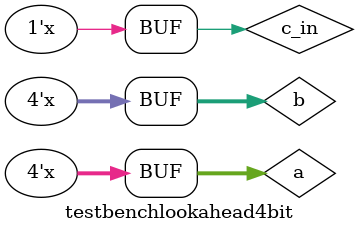
<source format=v>
`timescale 1ns / 1ps


module testbenchlookahead4bit;

	// Inputs
	reg c_in;
	reg [3:0] a;
	reg [3:0] b;

	// Outputs
	wire [3:0] s;
	wire c_out;

	// Instantiate the Unit Under Test (UUT)
	lookahead4bit uut (
		.c_in(c_in), 
		.a(a), 
		.b(b), 
		.s(s), 
		.c_out(c_out)
	);

	initial begin
		// Initialize Inputs
		c_in = 0;
		a = 0;
		b = 0;

		// Wait 100 ns for global reset to finish
		#100;
        
		// Add stimulus here

	end
	always #1 b[0]=~b[0];
	always #2 b[1]=~b[1];
	always #4 b[2]=~b[2];
	always #8 b[3]=~b[3];
	always #16 a[0]=~a[0];
	always #32 a[1]=~a[1];
	always #64 a[2]=~a[2];
	always #128 a[3]=~a[3];
   always #256 c_in=~c_in;
		
endmodule


</source>
